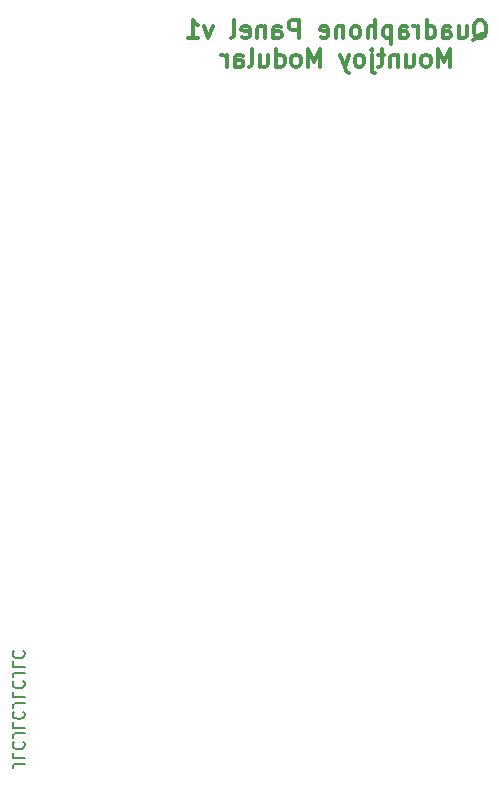
<source format=gbr>
%TF.GenerationSoftware,KiCad,Pcbnew,(6.0.11)*%
%TF.CreationDate,2023-01-29T15:03:24+00:00*%
%TF.ProjectId,Quadraphone_Panel,51756164-7261-4706-986f-6e655f50616e,rev?*%
%TF.SameCoordinates,Original*%
%TF.FileFunction,Legend,Bot*%
%TF.FilePolarity,Positive*%
%FSLAX46Y46*%
G04 Gerber Fmt 4.6, Leading zero omitted, Abs format (unit mm)*
G04 Created by KiCad (PCBNEW (6.0.11)) date 2023-01-29 15:03:24*
%MOMM*%
%LPD*%
G01*
G04 APERTURE LIST*
%ADD10C,0.300000*%
%ADD11C,0.150000*%
G04 APERTURE END LIST*
D10*
X91535714Y-42113928D02*
X91678571Y-42042500D01*
X91821428Y-41899642D01*
X92035714Y-41685357D01*
X92178571Y-41613928D01*
X92321428Y-41613928D01*
X92250000Y-41971071D02*
X92392857Y-41899642D01*
X92535714Y-41756785D01*
X92607142Y-41471071D01*
X92607142Y-40971071D01*
X92535714Y-40685357D01*
X92392857Y-40542500D01*
X92250000Y-40471071D01*
X91964285Y-40471071D01*
X91821428Y-40542500D01*
X91678571Y-40685357D01*
X91607142Y-40971071D01*
X91607142Y-41471071D01*
X91678571Y-41756785D01*
X91821428Y-41899642D01*
X91964285Y-41971071D01*
X92250000Y-41971071D01*
X90321428Y-40971071D02*
X90321428Y-41971071D01*
X90964285Y-40971071D02*
X90964285Y-41756785D01*
X90892857Y-41899642D01*
X90750000Y-41971071D01*
X90535714Y-41971071D01*
X90392857Y-41899642D01*
X90321428Y-41828214D01*
X88964285Y-41971071D02*
X88964285Y-41185357D01*
X89035714Y-41042500D01*
X89178571Y-40971071D01*
X89464285Y-40971071D01*
X89607142Y-41042500D01*
X88964285Y-41899642D02*
X89107142Y-41971071D01*
X89464285Y-41971071D01*
X89607142Y-41899642D01*
X89678571Y-41756785D01*
X89678571Y-41613928D01*
X89607142Y-41471071D01*
X89464285Y-41399642D01*
X89107142Y-41399642D01*
X88964285Y-41328214D01*
X87607142Y-41971071D02*
X87607142Y-40471071D01*
X87607142Y-41899642D02*
X87750000Y-41971071D01*
X88035714Y-41971071D01*
X88178571Y-41899642D01*
X88250000Y-41828214D01*
X88321428Y-41685357D01*
X88321428Y-41256785D01*
X88250000Y-41113928D01*
X88178571Y-41042500D01*
X88035714Y-40971071D01*
X87750000Y-40971071D01*
X87607142Y-41042500D01*
X86892857Y-41971071D02*
X86892857Y-40971071D01*
X86892857Y-41256785D02*
X86821428Y-41113928D01*
X86750000Y-41042500D01*
X86607142Y-40971071D01*
X86464285Y-40971071D01*
X85321428Y-41971071D02*
X85321428Y-41185357D01*
X85392857Y-41042500D01*
X85535714Y-40971071D01*
X85821428Y-40971071D01*
X85964285Y-41042500D01*
X85321428Y-41899642D02*
X85464285Y-41971071D01*
X85821428Y-41971071D01*
X85964285Y-41899642D01*
X86035714Y-41756785D01*
X86035714Y-41613928D01*
X85964285Y-41471071D01*
X85821428Y-41399642D01*
X85464285Y-41399642D01*
X85321428Y-41328214D01*
X84607142Y-40971071D02*
X84607142Y-42471071D01*
X84607142Y-41042500D02*
X84464285Y-40971071D01*
X84178571Y-40971071D01*
X84035714Y-41042500D01*
X83964285Y-41113928D01*
X83892857Y-41256785D01*
X83892857Y-41685357D01*
X83964285Y-41828214D01*
X84035714Y-41899642D01*
X84178571Y-41971071D01*
X84464285Y-41971071D01*
X84607142Y-41899642D01*
X83250000Y-41971071D02*
X83250000Y-40471071D01*
X82607142Y-41971071D02*
X82607142Y-41185357D01*
X82678571Y-41042500D01*
X82821428Y-40971071D01*
X83035714Y-40971071D01*
X83178571Y-41042500D01*
X83250000Y-41113928D01*
X81678571Y-41971071D02*
X81821428Y-41899642D01*
X81892857Y-41828214D01*
X81964285Y-41685357D01*
X81964285Y-41256785D01*
X81892857Y-41113928D01*
X81821428Y-41042500D01*
X81678571Y-40971071D01*
X81464285Y-40971071D01*
X81321428Y-41042500D01*
X81250000Y-41113928D01*
X81178571Y-41256785D01*
X81178571Y-41685357D01*
X81250000Y-41828214D01*
X81321428Y-41899642D01*
X81464285Y-41971071D01*
X81678571Y-41971071D01*
X80535714Y-40971071D02*
X80535714Y-41971071D01*
X80535714Y-41113928D02*
X80464285Y-41042500D01*
X80321428Y-40971071D01*
X80107142Y-40971071D01*
X79964285Y-41042500D01*
X79892857Y-41185357D01*
X79892857Y-41971071D01*
X78607142Y-41899642D02*
X78750000Y-41971071D01*
X79035714Y-41971071D01*
X79178571Y-41899642D01*
X79250000Y-41756785D01*
X79250000Y-41185357D01*
X79178571Y-41042500D01*
X79035714Y-40971071D01*
X78750000Y-40971071D01*
X78607142Y-41042500D01*
X78535714Y-41185357D01*
X78535714Y-41328214D01*
X79250000Y-41471071D01*
X76750000Y-41971071D02*
X76750000Y-40471071D01*
X76178571Y-40471071D01*
X76035714Y-40542500D01*
X75964285Y-40613928D01*
X75892857Y-40756785D01*
X75892857Y-40971071D01*
X75964285Y-41113928D01*
X76035714Y-41185357D01*
X76178571Y-41256785D01*
X76750000Y-41256785D01*
X74607142Y-41971071D02*
X74607142Y-41185357D01*
X74678571Y-41042500D01*
X74821428Y-40971071D01*
X75107142Y-40971071D01*
X75250000Y-41042500D01*
X74607142Y-41899642D02*
X74750000Y-41971071D01*
X75107142Y-41971071D01*
X75250000Y-41899642D01*
X75321428Y-41756785D01*
X75321428Y-41613928D01*
X75250000Y-41471071D01*
X75107142Y-41399642D01*
X74750000Y-41399642D01*
X74607142Y-41328214D01*
X73892857Y-40971071D02*
X73892857Y-41971071D01*
X73892857Y-41113928D02*
X73821428Y-41042500D01*
X73678571Y-40971071D01*
X73464285Y-40971071D01*
X73321428Y-41042500D01*
X73250000Y-41185357D01*
X73250000Y-41971071D01*
X71964285Y-41899642D02*
X72107142Y-41971071D01*
X72392857Y-41971071D01*
X72535714Y-41899642D01*
X72607142Y-41756785D01*
X72607142Y-41185357D01*
X72535714Y-41042500D01*
X72392857Y-40971071D01*
X72107142Y-40971071D01*
X71964285Y-41042500D01*
X71892857Y-41185357D01*
X71892857Y-41328214D01*
X72607142Y-41471071D01*
X71035714Y-41971071D02*
X71178571Y-41899642D01*
X71250000Y-41756785D01*
X71250000Y-40471071D01*
X69464285Y-40971071D02*
X69107142Y-41971071D01*
X68750000Y-40971071D01*
X67392857Y-41971071D02*
X68250000Y-41971071D01*
X67821428Y-41971071D02*
X67821428Y-40471071D01*
X67964285Y-40685357D01*
X68107142Y-40828214D01*
X68250000Y-40899642D01*
X89571428Y-44386071D02*
X89571428Y-42886071D01*
X89071428Y-43957500D01*
X88571428Y-42886071D01*
X88571428Y-44386071D01*
X87642857Y-44386071D02*
X87785714Y-44314642D01*
X87857142Y-44243214D01*
X87928571Y-44100357D01*
X87928571Y-43671785D01*
X87857142Y-43528928D01*
X87785714Y-43457500D01*
X87642857Y-43386071D01*
X87428571Y-43386071D01*
X87285714Y-43457500D01*
X87214285Y-43528928D01*
X87142857Y-43671785D01*
X87142857Y-44100357D01*
X87214285Y-44243214D01*
X87285714Y-44314642D01*
X87428571Y-44386071D01*
X87642857Y-44386071D01*
X85857142Y-43386071D02*
X85857142Y-44386071D01*
X86500000Y-43386071D02*
X86500000Y-44171785D01*
X86428571Y-44314642D01*
X86285714Y-44386071D01*
X86071428Y-44386071D01*
X85928571Y-44314642D01*
X85857142Y-44243214D01*
X85142857Y-43386071D02*
X85142857Y-44386071D01*
X85142857Y-43528928D02*
X85071428Y-43457500D01*
X84928571Y-43386071D01*
X84714285Y-43386071D01*
X84571428Y-43457500D01*
X84500000Y-43600357D01*
X84500000Y-44386071D01*
X84000000Y-43386071D02*
X83428571Y-43386071D01*
X83785714Y-42886071D02*
X83785714Y-44171785D01*
X83714285Y-44314642D01*
X83571428Y-44386071D01*
X83428571Y-44386071D01*
X82928571Y-43386071D02*
X82928571Y-44671785D01*
X83000000Y-44814642D01*
X83142857Y-44886071D01*
X83214285Y-44886071D01*
X82928571Y-42886071D02*
X83000000Y-42957500D01*
X82928571Y-43028928D01*
X82857142Y-42957500D01*
X82928571Y-42886071D01*
X82928571Y-43028928D01*
X82000000Y-44386071D02*
X82142857Y-44314642D01*
X82214285Y-44243214D01*
X82285714Y-44100357D01*
X82285714Y-43671785D01*
X82214285Y-43528928D01*
X82142857Y-43457500D01*
X82000000Y-43386071D01*
X81785714Y-43386071D01*
X81642857Y-43457500D01*
X81571428Y-43528928D01*
X81500000Y-43671785D01*
X81500000Y-44100357D01*
X81571428Y-44243214D01*
X81642857Y-44314642D01*
X81785714Y-44386071D01*
X82000000Y-44386071D01*
X81000000Y-43386071D02*
X80642857Y-44386071D01*
X80285714Y-43386071D02*
X80642857Y-44386071D01*
X80785714Y-44743214D01*
X80857142Y-44814642D01*
X81000000Y-44886071D01*
X78571428Y-44386071D02*
X78571428Y-42886071D01*
X78071428Y-43957500D01*
X77571428Y-42886071D01*
X77571428Y-44386071D01*
X76642857Y-44386071D02*
X76785714Y-44314642D01*
X76857142Y-44243214D01*
X76928571Y-44100357D01*
X76928571Y-43671785D01*
X76857142Y-43528928D01*
X76785714Y-43457500D01*
X76642857Y-43386071D01*
X76428571Y-43386071D01*
X76285714Y-43457500D01*
X76214285Y-43528928D01*
X76142857Y-43671785D01*
X76142857Y-44100357D01*
X76214285Y-44243214D01*
X76285714Y-44314642D01*
X76428571Y-44386071D01*
X76642857Y-44386071D01*
X74857142Y-44386071D02*
X74857142Y-42886071D01*
X74857142Y-44314642D02*
X75000000Y-44386071D01*
X75285714Y-44386071D01*
X75428571Y-44314642D01*
X75500000Y-44243214D01*
X75571428Y-44100357D01*
X75571428Y-43671785D01*
X75500000Y-43528928D01*
X75428571Y-43457500D01*
X75285714Y-43386071D01*
X75000000Y-43386071D01*
X74857142Y-43457500D01*
X73500000Y-43386071D02*
X73500000Y-44386071D01*
X74142857Y-43386071D02*
X74142857Y-44171785D01*
X74071428Y-44314642D01*
X73928571Y-44386071D01*
X73714285Y-44386071D01*
X73571428Y-44314642D01*
X73500000Y-44243214D01*
X72571428Y-44386071D02*
X72714285Y-44314642D01*
X72785714Y-44171785D01*
X72785714Y-42886071D01*
X71357142Y-44386071D02*
X71357142Y-43600357D01*
X71428571Y-43457500D01*
X71571428Y-43386071D01*
X71857142Y-43386071D01*
X72000000Y-43457500D01*
X71357142Y-44314642D02*
X71500000Y-44386071D01*
X71857142Y-44386071D01*
X72000000Y-44314642D01*
X72071428Y-44171785D01*
X72071428Y-44028928D01*
X72000000Y-43886071D01*
X71857142Y-43814642D01*
X71500000Y-43814642D01*
X71357142Y-43743214D01*
X70642857Y-44386071D02*
X70642857Y-43386071D01*
X70642857Y-43671785D02*
X70571428Y-43528928D01*
X70500000Y-43457500D01*
X70357142Y-43386071D01*
X70214285Y-43386071D01*
D11*
X53547619Y-103419047D02*
X52833333Y-103419047D01*
X52690476Y-103466666D01*
X52595238Y-103561904D01*
X52547619Y-103704761D01*
X52547619Y-103800000D01*
X52547619Y-102466666D02*
X52547619Y-102942857D01*
X53547619Y-102942857D01*
X52642857Y-101561904D02*
X52595238Y-101609523D01*
X52547619Y-101752380D01*
X52547619Y-101847619D01*
X52595238Y-101990476D01*
X52690476Y-102085714D01*
X52785714Y-102133333D01*
X52976190Y-102180952D01*
X53119047Y-102180952D01*
X53309523Y-102133333D01*
X53404761Y-102085714D01*
X53500000Y-101990476D01*
X53547619Y-101847619D01*
X53547619Y-101752380D01*
X53500000Y-101609523D01*
X53452380Y-101561904D01*
X53547619Y-100847619D02*
X52833333Y-100847619D01*
X52690476Y-100895238D01*
X52595238Y-100990476D01*
X52547619Y-101133333D01*
X52547619Y-101228571D01*
X52547619Y-99895238D02*
X52547619Y-100371428D01*
X53547619Y-100371428D01*
X52642857Y-98990476D02*
X52595238Y-99038095D01*
X52547619Y-99180952D01*
X52547619Y-99276190D01*
X52595238Y-99419047D01*
X52690476Y-99514285D01*
X52785714Y-99561904D01*
X52976190Y-99609523D01*
X53119047Y-99609523D01*
X53309523Y-99561904D01*
X53404761Y-99514285D01*
X53500000Y-99419047D01*
X53547619Y-99276190D01*
X53547619Y-99180952D01*
X53500000Y-99038095D01*
X53452380Y-98990476D01*
X53547619Y-98276190D02*
X52833333Y-98276190D01*
X52690476Y-98323809D01*
X52595238Y-98419047D01*
X52547619Y-98561904D01*
X52547619Y-98657142D01*
X52547619Y-97323809D02*
X52547619Y-97800000D01*
X53547619Y-97800000D01*
X52642857Y-96419047D02*
X52595238Y-96466666D01*
X52547619Y-96609523D01*
X52547619Y-96704761D01*
X52595238Y-96847619D01*
X52690476Y-96942857D01*
X52785714Y-96990476D01*
X52976190Y-97038095D01*
X53119047Y-97038095D01*
X53309523Y-96990476D01*
X53404761Y-96942857D01*
X53500000Y-96847619D01*
X53547619Y-96704761D01*
X53547619Y-96609523D01*
X53500000Y-96466666D01*
X53452380Y-96419047D01*
X53547619Y-95704761D02*
X52833333Y-95704761D01*
X52690476Y-95752380D01*
X52595238Y-95847619D01*
X52547619Y-95990476D01*
X52547619Y-96085714D01*
X52547619Y-94752380D02*
X52547619Y-95228571D01*
X53547619Y-95228571D01*
X52642857Y-93847619D02*
X52595238Y-93895238D01*
X52547619Y-94038095D01*
X52547619Y-94133333D01*
X52595238Y-94276190D01*
X52690476Y-94371428D01*
X52785714Y-94419047D01*
X52976190Y-94466666D01*
X53119047Y-94466666D01*
X53309523Y-94419047D01*
X53404761Y-94371428D01*
X53500000Y-94276190D01*
X53547619Y-94133333D01*
X53547619Y-94038095D01*
X53500000Y-93895238D01*
X53452380Y-93847619D01*
M02*

</source>
